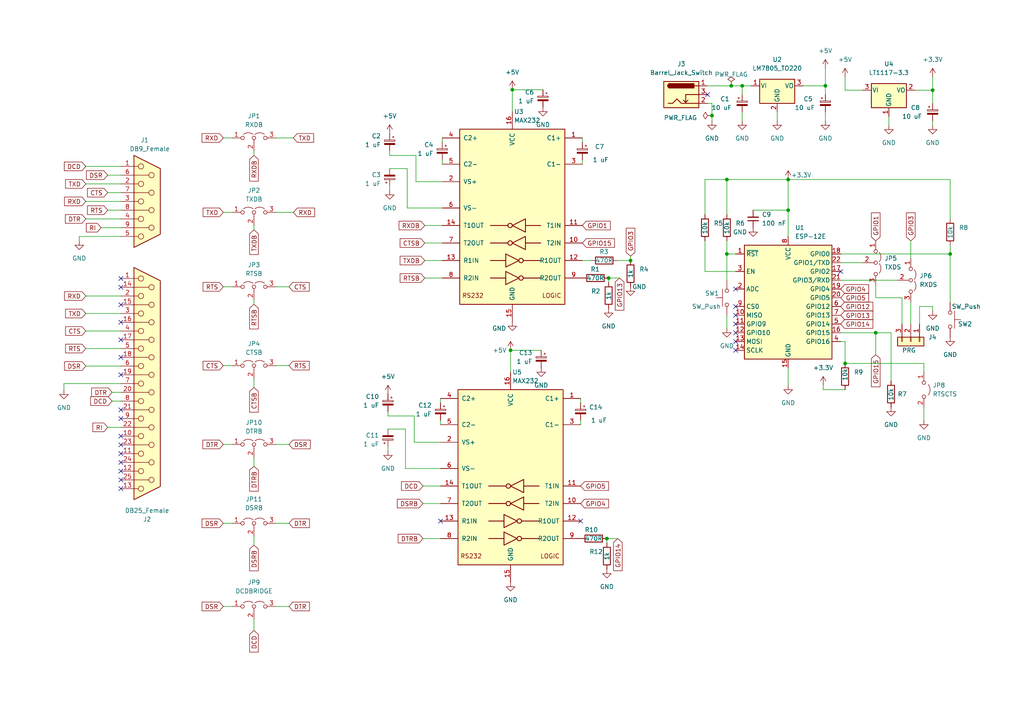
<source format=kicad_sch>
(kicad_sch (version 20230121) (generator eeschema)
  (paper "A4")
  (lib_symbols
    (symbol "Connector:Barrel_Jack_Switch" (pin_names hide)
      (property "Reference" "J" (at 0 5.334 0))
      (property "Value" "Barrel_Jack_Switch" (at 0 -5.08 0))
      (symbol "Barrel_Jack_Switch_1_1"
        (pin passive line (at 7.62 2.54 180) (length 2.54) (name "~") (number "1"))
        (pin passive line (at 7.62 -2.54 180) (length 2.54) (name "~") (number "2"))
        (pin passive line (at 7.62 0 180) (length 2.54) (name "~") (number "3"))
      )
    )
    (symbol "Connector:DB25_Receptacle" (pin_names (offset 1.016) hide)
      (property "Reference" "J" (at 0 34.29 0))
      (property "Value" "DB25_Receptacle" (at 0 -34.925 0))
      (symbol "DB25_Receptacle_1_1"
        (pin passive line (at -7.62 30.48 0) (length 3.81) (name "1") (number "1"))
        (pin passive line (at -7.62 -15.24 0) (length 3.81) (name "10") (number "10"))
        (pin passive line (at -7.62 -20.32 0) (length 3.81) (name "11") (number "11"))
        (pin passive line (at -7.62 -25.4 0) (length 3.81) (name "12") (number "12"))
        (pin passive line (at -7.62 -30.48 0) (length 3.81) (name "13") (number "13"))
        (pin passive line (at -7.62 27.94 0) (length 3.81) (name "P14") (number "14"))
        (pin passive line (at -7.62 22.86 0) (length 3.81) (name "P15") (number "15"))
        (pin passive line (at -7.62 17.78 0) (length 3.81) (name "P16") (number "16"))
        (pin passive line (at -7.62 12.7 0) (length 3.81) (name "P17") (number "17"))
        (pin passive line (at -7.62 7.62 0) (length 3.81) (name "P18") (number "18"))
        (pin passive line (at -7.62 2.54 0) (length 3.81) (name "P19") (number "19"))
        (pin passive line (at -7.62 25.4 0) (length 3.81) (name "2") (number "2"))
        (pin passive line (at -7.62 -2.54 0) (length 3.81) (name "P20") (number "20"))
        (pin passive line (at -7.62 -7.62 0) (length 3.81) (name "P21") (number "21"))
        (pin passive line (at -7.62 -12.7 0) (length 3.81) (name "P22") (number "22"))
        (pin passive line (at -7.62 -17.78 0) (length 3.81) (name "P23") (number "23"))
        (pin passive line (at -7.62 -22.86 0) (length 3.81) (name "P24") (number "24"))
        (pin passive line (at -7.62 -27.94 0) (length 3.81) (name "P25") (number "25"))
        (pin passive line (at -7.62 20.32 0) (length 3.81) (name "3") (number "3"))
        (pin passive line (at -7.62 15.24 0) (length 3.81) (name "4") (number "4"))
        (pin passive line (at -7.62 10.16 0) (length 3.81) (name "5") (number "5"))
        (pin passive line (at -7.62 5.08 0) (length 3.81) (name "6") (number "6"))
        (pin passive line (at -7.62 0 0) (length 3.81) (name "7") (number "7"))
        (pin passive line (at -7.62 -5.08 0) (length 3.81) (name "8") (number "8"))
        (pin passive line (at -7.62 -10.16 0) (length 3.81) (name "9") (number "9"))
      )
    )
    (symbol "Connector:DE9_Receptacle" (pin_names (offset 1.016) hide)
      (property "Reference" "J" (at 0 13.97 0))
      (property "Value" "DE9_Receptacle" (at 0 -14.605 0))
      (symbol "DE9_Receptacle_1_1"
        (pin passive line (at -7.62 10.16 0) (length 3.81) (name "1") (number "1"))
        (pin passive line (at -7.62 5.08 0) (length 3.81) (name "2") (number "2"))
        (pin passive line (at -7.62 0 0) (length 3.81) (name "3") (number "3"))
        (pin passive line (at -7.62 -5.08 0) (length 3.81) (name "4") (number "4"))
        (pin passive line (at -7.62 -10.16 0) (length 3.81) (name "5") (number "5"))
        (pin passive line (at -7.62 7.62 0) (length 3.81) (name "6") (number "6"))
        (pin passive line (at -7.62 2.54 0) (length 3.81) (name "7") (number "7"))
        (pin passive line (at -7.62 -2.54 0) (length 3.81) (name "8") (number "8"))
        (pin passive line (at -7.62 -7.62 0) (length 3.81) (name "9") (number "9"))
      )
    )
    (symbol "Connector_Generic:Conn_01x03" (pin_names (offset 1.016) hide)
      (property "Reference" "J" (at 0 5.08 0))
      (property "Value" "Conn_01x03" (at 0 -5.08 0))
      (symbol "Conn_01x03_1_1"
        (pin passive line (at -5.08 2.54 0) (length 3.81) (name "Pin_1") (number "1"))
        (pin passive line (at -5.08 0 0) (length 3.81) (name "Pin_2") (number "2"))
        (pin passive line (at -5.08 -2.54 0) (length 3.81) (name "Pin_3") (number "3"))
      )
    )
    (symbol "Device:C_Polarized_Small" (pin_numbers hide) (pin_names (offset 0.254) hide)
      (property "Reference" "C" (at 0.254 1.778 0))
      (property "Value" "C_Polarized_Small" (at 0.254 -2.032 0))
      (symbol "C_Polarized_Small_1_1"
        (pin passive line (at 0 2.54 270) (length 1.8542) (name "~") (number "1"))
        (pin passive line (at 0 -2.54 90) (length 1.8542) (name "~") (number "2"))
      )
    )
    (symbol "Device:C_Small" (pin_numbers hide) (pin_names (offset 0.254) hide)
      (property "Reference" "C" (at 0.254 1.778 0))
      (property "Value" "C_Small" (at 0.254 -2.032 0))
      (symbol "C_Small_1_1"
        (pin passive line (at 0 2.54 270) (length 2.032) (name "~") (number "1"))
        (pin passive line (at 0 -2.54 90) (length 2.032) (name "~") (number "2"))
      )
    )
    (symbol "Device:R" (pin_numbers hide) (pin_names (offset 0))
      (property "Reference" "R" (at 2.032 0 90))
      (property "Value" "R" (at 0 0 90))
      (symbol "R_1_1"
        (pin passive line (at 0 3.81 270) (length 1.27) (name "~") (number "1"))
        (pin passive line (at 0 -3.81 90) (length 1.27) (name "~") (number "2"))
      )
    )
    (symbol "Interface_UART:MAX232" (pin_names (offset 1.016))
      (property "Reference" "U" (at -2.54 28.575 0))
      (property "Value" "MAX232" (at -2.54 26.67 0))
      (symbol "MAX232_0_0"
        (text "LOGIC" (at -11.43 -22.86 0) (effects (font (size 1.27 1.27))))
        (text "RS232" (at 11.43 -22.86 0) (effects (font (size 1.27 1.27))))
      )
      (symbol "MAX232_1_1"
        (pin passive line (at -20.32 22.86 0) (length 5.08) (name "C1+") (number "1"))
        (pin input line (at -20.32 -7.62 0) (length 5.08) (name "T2IN") (number "10"))
        (pin input line (at -20.32 -2.54 0) (length 5.08) (name "T1IN") (number "11"))
        (pin output line (at -20.32 -12.7 0) (length 5.08) (name "R1OUT") (number "12"))
        (pin input line (at 20.32 -12.7 180) (length 5.08) (name "R1IN") (number "13"))
        (pin output line (at 20.32 -2.54 180) (length 5.08) (name "T1OUT") (number "14"))
        (pin power_in line (at 0 -30.48 90) (length 5.08) (name "GND") (number "15"))
        (pin power_in line (at 0 30.48 270) (length 5.08) (name "VCC") (number "16"))
        (pin power_out line (at 20.32 10.16 180) (length 5.08) (name "VS+") (number "2"))
        (pin passive line (at -20.32 15.24 0) (length 5.08) (name "C1-") (number "3"))
        (pin passive line (at 20.32 22.86 180) (length 5.08) (name "C2+") (number "4"))
        (pin passive line (at 20.32 15.24 180) (length 5.08) (name "C2-") (number "5"))
        (pin power_out line (at 20.32 2.54 180) (length 5.08) (name "VS-") (number "6"))
        (pin output line (at 20.32 -7.62 180) (length 5.08) (name "T2OUT") (number "7"))
        (pin input line (at 20.32 -17.78 180) (length 5.08) (name "R2IN") (number "8"))
        (pin output line (at -20.32 -17.78 0) (length 5.08) (name "R2OUT") (number "9"))
      )
    )
    (symbol "Jumper:Jumper_2_Open" (pin_names (offset 0) hide)
      (property "Reference" "JP" (at 0 2.794 0))
      (property "Value" "Jumper_2_Open" (at 0 -2.286 0))
      (symbol "Jumper_2_Open_1_1"
        (pin passive line (at -5.08 0 0) (length 2.54) (name "A") (number "1"))
        (pin passive line (at 5.08 0 180) (length 2.54) (name "B") (number "2"))
      )
    )
    (symbol "Jumper:Jumper_3_Open" (pin_names (offset 0) hide)
      (property "Reference" "JP" (at -2.54 -2.54 0))
      (property "Value" "Jumper_3_Open" (at 0 2.794 0))
      (symbol "Jumper_3_Open_1_1"
        (pin passive line (at -6.35 0 0) (length 2.54) (name "A") (number "1"))
        (pin passive line (at 0 -3.81 90) (length 2.54) (name "C") (number "2"))
        (pin passive line (at 6.35 0 180) (length 2.54) (name "B") (number "3"))
      )
    )
    (symbol "RF_Module:ESP-12E"
      (property "Reference" "U" (at -12.7 19.05 0))
      (property "Value" "ESP-12E" (at 12.7 19.05 0))
      (symbol "ESP-12E_1_1"
        (pin input line (at -15.24 15.24 0) (length 2.54) (name "~{RST}") (number "1"))
        (pin bidirectional line (at -15.24 -2.54 0) (length 2.54) (name "MISO") (number "10"))
        (pin bidirectional line (at -15.24 -5.08 0) (length 2.54) (name "GPIO9") (number "11"))
        (pin bidirectional line (at -15.24 -7.62 0) (length 2.54) (name "GPIO10") (number "12"))
        (pin bidirectional line (at -15.24 -10.16 0) (length 2.54) (name "MOSI") (number "13"))
        (pin bidirectional line (at -15.24 -12.7 0) (length 2.54) (name "SCLK") (number "14"))
        (pin power_in line (at 0 -17.78 90) (length 2.54) (name "GND") (number "15"))
        (pin bidirectional line (at 15.24 -7.62 180) (length 2.54) (name "GPIO15") (number "16"))
        (pin bidirectional line (at 15.24 10.16 180) (length 2.54) (name "GPIO2") (number "17"))
        (pin bidirectional line (at 15.24 15.24 180) (length 2.54) (name "GPIO0") (number "18"))
        (pin bidirectional line (at 15.24 5.08 180) (length 2.54) (name "GPIO4") (number "19"))
        (pin input line (at -15.24 5.08 0) (length 2.54) (name "ADC") (number "2"))
        (pin bidirectional line (at 15.24 2.54 180) (length 2.54) (name "GPIO5") (number "20"))
        (pin bidirectional line (at 15.24 7.62 180) (length 2.54) (name "GPIO3/RXD") (number "21"))
        (pin bidirectional line (at 15.24 12.7 180) (length 2.54) (name "GPIO1/TXD") (number "22"))
        (pin input line (at -15.24 10.16 0) (length 2.54) (name "EN") (number "3"))
        (pin bidirectional line (at 15.24 -10.16 180) (length 2.54) (name "GPIO16") (number "4"))
        (pin bidirectional line (at 15.24 -5.08 180) (length 2.54) (name "GPIO14") (number "5"))
        (pin bidirectional line (at 15.24 0 180) (length 2.54) (name "GPIO12") (number "6"))
        (pin bidirectional line (at 15.24 -2.54 180) (length 2.54) (name "GPIO13") (number "7"))
        (pin power_in line (at 0 20.32 270) (length 2.54) (name "VCC") (number "8"))
        (pin input line (at -15.24 0 0) (length 2.54) (name "CS0") (number "9"))
      )
    )
    (symbol "Regulator_Linear:LM7805_TO220" (pin_names (offset 0.254))
      (property "Reference" "U" (at -3.81 3.175 0))
      (property "Value" "LM7805_TO220" (at 0 3.175 0))
      (symbol "LM7805_TO220_1_1"
        (pin power_in line (at -7.62 0 0) (length 2.54) (name "VI") (number "1"))
        (pin power_in line (at 0 -7.62 90) (length 2.54) (name "GND") (number "2"))
        (pin power_out line (at 7.62 0 180) (length 2.54) (name "VO") (number "3"))
      )
    )
    (symbol "Regulator_Linear:LT1117-3.3" (pin_names (offset 0.254))
      (property "Reference" "U" (at -3.81 3.175 0))
      (property "Value" "LT1117-3.3" (at 0 3.175 0))
      (symbol "LT1117-3.3_1_1"
        (pin power_in line (at 0 -7.62 90) (length 2.54) (name "GND") (number "1"))
        (pin power_out line (at 7.62 0 180) (length 2.54) (name "VO") (number "2"))
        (pin power_in line (at -7.62 0 0) (length 2.54) (name "VI") (number "3"))
      )
    )
    (symbol "Switch:SW_Push" (pin_numbers hide) (pin_names (offset 1.016) hide)
      (property "Reference" "SW" (at 1.27 2.54 0))
      (property "Value" "SW_Push" (at 0 -1.524 0))
      (symbol "SW_Push_0_1"
        (pin passive line (at -5.08 0 0) (length 2.54) (name "1") (number "1"))
        (pin passive line (at 5.08 0 180) (length 2.54) (name "2") (number "2"))
      )
    )
    (symbol "power:+3.3V" (power) (pin_names (offset 0))
      (property "Value" "+3.3V" (at 0 3.556 0))
      (symbol "+3.3V_1_1"
        (pin power_in line (at 0 0 90) (length 0) hide (name "+3.3V") (number "1"))
      )
    )
    (symbol "power:+5V" (power) (pin_names (offset 0))
      (property "Value" "+5V" (at 0 3.556 0))
      (symbol "+5V_1_1"
        (pin power_in line (at 0 0 90) (length 0) hide (name "+5V") (number "1"))
      )
    )
    (symbol "power:GND" (power) (pin_names (offset 0))
      (property "Value" "GND" (at 0 -3.81 0))
      (symbol "GND_1_1"
        (pin power_in line (at 0 0 270) (length 0) hide (name "GND") (number "1"))
      )
    )
    (symbol "power:PWR_FLAG" (power) (pin_numbers hide) (pin_names (offset 0) hide)
      (property "Value" "PWR_FLAG" (at 0 3.81 0))
      (symbol "PWR_FLAG_0_0"
        (pin power_out line (at 0 0 90) (length 0) (name "pwr") (number "1"))
      )
    )
  )
  (junction (at 228.6 52.07))
  (junction (at 275.59 73.66))
  (junction (at 245.11 105.41))
  (junction (at 182.88 75.565))
  (junction (at 148.082 101.6))
  (junction (at 148.59 26.035))
  (junction (at 215.265 24.892))
  (junction (at 176.53 80.645))
  (junction (at 228.6 60.96))
  (junction (at 270.51 26.162))
  (junction (at 239.395 24.892))
  (junction (at 210.82 73.66))
  (junction (at 212.09 24.892))
  (junction (at 206.502 33.528))
  (junction (at 210.82 52.07))
  (junction (at 176.022 156.21))
  (junction (at 254 96.52))
  (no_connect (at 35.052 139.192))
  (no_connect (at 35.052 93.472))
  (no_connect (at 35.052 136.652))
  (no_connect (at 213.36 93.98))
  (no_connect (at 213.36 101.6))
  (no_connect (at 213.36 91.44))
  (no_connect (at 35.052 126.492))
  (no_connect (at 35.052 103.632))
  (no_connect (at 35.052 88.392))
  (no_connect (at 35.052 98.552))
  (no_connect (at 213.36 99.06))
  (no_connect (at 35.052 118.872))
  (no_connect (at 213.36 83.82))
  (no_connect (at 205.232 27.432))
  (no_connect (at 35.052 121.412))
  (no_connect (at 168.402 151.13))
  (no_connect (at 35.052 129.032))
  (no_connect (at 35.052 134.112))
  (no_connect (at 35.052 80.772))
  (no_connect (at 243.84 78.74))
  (no_connect (at 35.052 141.732))
  (no_connect (at 35.052 108.712))
  (no_connect (at 35.052 83.312))
  (no_connect (at 213.36 96.52))
  (no_connect (at 213.36 88.9))
  (no_connect (at 35.052 131.572))
  (no_connect (at 127.762 151.13))
  (wire (pts (xy 80.01 151.765) (xy 83.82 151.765)))
  (wire (pts (xy 73.66 132.715) (xy 73.66 135.255)))
  (wire (pts (xy 22.987 68.58) (xy 35.052 68.58)))
  (wire (pts (xy 270.51 22.352) (xy 270.51 26.162)))
  (wire (pts (xy 176.53 80.645) (xy 179.705 80.645)))
  (wire (pts (xy 254 96.52) (xy 254 102.87)))
  (wire (pts (xy 148.082 107.95) (xy 148.082 101.6)))
  (wire (pts (xy 112.522 119.38) (xy 112.522 120.65)))
  (wire (pts (xy 228.6 52.07) (xy 228.6 60.96)))
  (wire (pts (xy 128.27 60.325) (xy 118.11 60.325)))
  (wire (pts (xy 80.01 40.005) (xy 85.09 40.005)))
  (wire (pts (xy 215.265 32.512) (xy 215.265 35.052)))
  (wire (pts (xy 80.01 83.185) (xy 83.82 83.185)))
  (wire (pts (xy 210.82 62.23) (xy 210.82 52.07)))
  (wire (pts (xy 228.6 52.07) (xy 275.59 52.07)))
  (wire (pts (xy 24.892 48.26) (xy 35.052 48.26)))
  (wire (pts (xy 24.892 101.092) (xy 35.052 101.092)))
  (wire (pts (xy 215.265 24.892) (xy 217.805 24.892)))
  (wire (pts (xy 80.01 128.905) (xy 83.82 128.905)))
  (wire (pts (xy 24.892 58.42) (xy 35.052 58.42)))
  (wire (pts (xy 210.82 52.07) (xy 228.6 52.07)))
  (wire (pts (xy 127.762 121.92) (xy 127.762 123.19)))
  (wire (pts (xy 261.62 86.36) (xy 261.62 93.98)))
  (wire (pts (xy 267.97 118.11) (xy 267.97 121.92)))
  (wire (pts (xy 266.7 93.98) (xy 266.7 88.9)))
  (wire (pts (xy 64.77 61.595) (xy 67.31 61.595)))
  (wire (pts (xy 128.27 52.705) (xy 120.65 52.705)))
  (wire (pts (xy 206.502 33.528) (xy 206.502 29.972)))
  (wire (pts (xy 123.19 70.485) (xy 128.27 70.485)))
  (wire (pts (xy 73.66 65.405) (xy 73.66 66.675)))
  (wire (pts (xy 73.66 86.995) (xy 73.66 88.265)))
  (wire (pts (xy 24.892 106.172) (xy 35.052 106.172)))
  (wire (pts (xy 24.892 63.5) (xy 35.052 63.5)))
  (wire (pts (xy 275.59 73.66) (xy 275.59 71.12)))
  (wire (pts (xy 212.09 24.892) (xy 215.265 24.892)))
  (wire (pts (xy 80.01 175.895) (xy 83.82 175.895)))
  (wire (pts (xy 112.522 129.54) (xy 112.522 130.81)))
  (wire (pts (xy 123.19 80.645) (xy 128.27 80.645)))
  (wire (pts (xy 228.6 106.68) (xy 228.6 111.76)))
  (wire (pts (xy 148.59 32.385) (xy 148.59 26.035)))
  (wire (pts (xy 64.77 175.895) (xy 67.31 175.895)))
  (wire (pts (xy 245.11 105.41) (xy 267.97 105.41)))
  (wire (pts (xy 113.03 53.975) (xy 113.03 55.245)))
  (wire (pts (xy 73.66 109.855) (xy 73.66 112.395)))
  (wire (pts (xy 128.27 46.355) (xy 128.27 47.625)))
  (wire (pts (xy 204.47 78.74) (xy 213.36 78.74)))
  (wire (pts (xy 118.11 48.895) (xy 113.03 48.895)))
  (wire (pts (xy 168.91 75.565) (xy 171.45 75.565)))
  (wire (pts (xy 122.682 146.05) (xy 127.762 146.05)))
  (wire (pts (xy 176.022 156.21) (xy 179.197 156.21)))
  (wire (pts (xy 120.142 120.65) (xy 112.522 120.65)))
  (wire (pts (xy 122.682 140.97) (xy 127.762 140.97)))
  (wire (pts (xy 168.91 46.355) (xy 168.91 47.625)))
  (wire (pts (xy 179.07 75.565) (xy 182.88 75.565)))
  (wire (pts (xy 18.542 111.252) (xy 18.542 113.157)))
  (wire (pts (xy 117.602 124.46) (xy 112.522 124.46)))
  (wire (pts (xy 264.16 87.63) (xy 264.16 93.98)))
  (wire (pts (xy 206.502 35.052) (xy 206.502 33.528)))
  (wire (pts (xy 245.11 22.352) (xy 245.11 26.162)))
  (wire (pts (xy 266.7 88.9) (xy 270.51 88.9)))
  (wire (pts (xy 64.77 128.905) (xy 67.31 128.905)))
  (wire (pts (xy 176.022 156.21) (xy 176.022 157.48)))
  (wire (pts (xy 239.395 24.892) (xy 239.395 27.432)))
  (wire (pts (xy 64.77 83.185) (xy 67.31 83.185)))
  (wire (pts (xy 254 86.36) (xy 261.62 86.36)))
  (wire (pts (xy 24.892 85.852) (xy 35.052 85.852)))
  (wire (pts (xy 120.65 52.705) (xy 120.65 45.085)))
  (wire (pts (xy 31.242 55.88) (xy 35.052 55.88)))
  (wire (pts (xy 24.892 53.34) (xy 35.052 53.34)))
  (wire (pts (xy 148.082 101.6) (xy 156.972 101.6)))
  (wire (pts (xy 182.88 74.295) (xy 182.88 75.565)))
  (wire (pts (xy 210.82 73.66) (xy 210.82 81.28)))
  (wire (pts (xy 168.402 116.84) (xy 168.402 115.57)))
  (wire (pts (xy 73.66 43.815) (xy 73.66 45.085)))
  (wire (pts (xy 118.11 60.325) (xy 118.11 48.895)))
  (wire (pts (xy 120.142 128.27) (xy 120.142 120.65)))
  (wire (pts (xy 32.512 113.792) (xy 35.052 113.792)))
  (wire (pts (xy 32.512 116.332) (xy 35.052 116.332)))
  (wire (pts (xy 204.47 69.85) (xy 204.47 78.74)))
  (wire (pts (xy 254 96.52) (xy 258.445 96.52)))
  (wire (pts (xy 258.445 110.49) (xy 258.445 96.52)))
  (wire (pts (xy 127.762 135.89) (xy 117.602 135.89)))
  (wire (pts (xy 245.11 99.06) (xy 243.84 99.06)))
  (wire (pts (xy 117.602 135.89) (xy 117.602 124.46)))
  (wire (pts (xy 80.01 61.595) (xy 85.09 61.595)))
  (wire (pts (xy 264.16 69.85) (xy 264.16 74.93)))
  (wire (pts (xy 225.425 32.512) (xy 225.425 35.052)))
  (wire (pts (xy 31.242 123.952) (xy 35.052 123.952)))
  (wire (pts (xy 218.44 60.96) (xy 228.6 60.96)))
  (wire (pts (xy 245.11 99.06) (xy 245.11 105.41)))
  (wire (pts (xy 243.84 73.66) (xy 275.59 73.66)))
  (wire (pts (xy 123.19 75.565) (xy 128.27 75.565)))
  (wire (pts (xy 113.03 43.815) (xy 113.03 45.085)))
  (wire (pts (xy 73.66 155.575) (xy 73.66 158.115)))
  (wire (pts (xy 275.59 73.66) (xy 275.59 87.63)))
  (wire (pts (xy 127.762 128.27) (xy 120.142 128.27)))
  (wire (pts (xy 239.395 19.812) (xy 239.395 24.892)))
  (wire (pts (xy 238.76 113.03) (xy 245.11 113.03)))
  (wire (pts (xy 210.82 69.85) (xy 210.82 73.66)))
  (wire (pts (xy 64.77 106.045) (xy 67.31 106.045)))
  (wire (pts (xy 270.51 26.162) (xy 265.43 26.162)))
  (wire (pts (xy 128.27 41.275) (xy 128.27 40.005)))
  (wire (pts (xy 148.59 26.035) (xy 157.48 26.035)))
  (wire (pts (xy 270.51 29.972) (xy 270.51 26.162)))
  (wire (pts (xy 127.762 116.84) (xy 127.762 115.57)))
  (wire (pts (xy 204.47 52.07) (xy 210.82 52.07)))
  (wire (pts (xy 267.97 107.95) (xy 267.97 105.41)))
  (wire (pts (xy 29.337 66.04) (xy 35.052 66.04)))
  (wire (pts (xy 31.242 60.96) (xy 35.052 60.96)))
  (wire (pts (xy 228.6 60.96) (xy 228.6 68.58)))
  (wire (pts (xy 270.51 35.052) (xy 270.51 36.322)))
  (wire (pts (xy 210.82 91.44) (xy 210.82 95.25)))
  (wire (pts (xy 24.892 96.012) (xy 35.052 96.012)))
  (wire (pts (xy 24.892 90.932) (xy 35.052 90.932)))
  (wire (pts (xy 31.242 50.8) (xy 35.052 50.8)))
  (wire (pts (xy 215.265 24.892) (xy 215.265 27.432)))
  (wire (pts (xy 243.84 96.52) (xy 254 96.52)))
  (wire (pts (xy 120.65 45.085) (xy 113.03 45.085)))
  (wire (pts (xy 64.77 151.765) (xy 67.31 151.765)))
  (wire (pts (xy 245.11 26.162) (xy 250.19 26.162)))
  (wire (pts (xy 123.19 65.405) (xy 128.27 65.405)))
  (wire (pts (xy 176.53 80.645) (xy 176.53 81.915)))
  (wire (pts (xy 18.542 111.252) (xy 35.052 111.252)))
  (wire (pts (xy 206.502 29.972) (xy 205.232 29.972)))
  (wire (pts (xy 73.66 179.705) (xy 73.66 182.88)))
  (wire (pts (xy 168.91 41.275) (xy 168.91 40.005)))
  (wire (pts (xy 205.232 24.892) (xy 212.09 24.892)))
  (wire (pts (xy 239.395 24.892) (xy 233.045 24.892)))
  (wire (pts (xy 64.77 40.005) (xy 67.31 40.005)))
  (wire (pts (xy 257.81 33.782) (xy 257.81 36.322)))
  (wire (pts (xy 204.47 62.23) (xy 204.47 52.07)))
  (wire (pts (xy 22.987 68.58) (xy 22.987 69.85)))
  (wire (pts (xy 238.76 111.76) (xy 238.76 113.03)))
  (wire (pts (xy 243.84 81.28) (xy 260.35 81.28)))
  (wire (pts (xy 275.59 52.07) (xy 275.59 63.5)))
  (wire (pts (xy 210.82 73.66) (xy 213.36 73.66)))
  (wire (pts (xy 168.402 121.92) (xy 168.402 123.19)))
  (wire (pts (xy 243.84 76.2) (xy 250.19 76.2)))
  (wire (pts (xy 80.01 106.045) (xy 83.82 106.045)))
  (wire (pts (xy 254 82.55) (xy 254 86.36)))
  (wire (pts (xy 122.682 156.21) (xy 127.762 156.21)))
  (wire (pts (xy 239.395 32.512) (xy 239.395 35.052)))
  (wire (pts (xy 270.51 88.9) (xy 270.51 90.17)))
  (global_label "DTR" (shape input) (at 24.892 63.5 180) (property "Intersheetrefs" "${INTERSHEET_REFS}" (effects hide)))
  (global_label "GPIO1" (shape input) (at 254 69.85 90) (property "Intersheetrefs" "${INTERSHEET_REFS}" (effects hide)))
  (global_label "GPIO4" (shape input) (at 243.84 83.82 0) (property "Intersheetrefs" "${INTERSHEET_REFS}" (effects hide)))
  (global_label "DSR" (shape input) (at 64.77 175.895 180) (property "Intersheetrefs" "${INTERSHEET_REFS}" (effects hide)))
  (global_label "CTSB" (shape input) (at 73.66 112.395 270) (property "Intersheetrefs" "${INTERSHEET_REFS}" (effects hide)))
  (global_label "TXD" (shape input) (at 24.892 53.34 180) (property "Intersheetrefs" "${INTERSHEET_REFS}" (effects hide)))
  (global_label "GPIO12" (shape input) (at 243.84 88.9 0) (property "Intersheetrefs" "${INTERSHEET_REFS}" (effects hide)))
  (global_label "DTR" (shape input) (at 64.77 128.905 180) (property "Intersheetrefs" "${INTERSHEET_REFS}" (effects hide)))
  (global_label "DSRB" (shape input) (at 73.66 158.115 270) (property "Intersheetrefs" "${INTERSHEET_REFS}" (effects hide)))
  (global_label "DTR" (shape input) (at 83.82 151.765 0) (property "Intersheetrefs" "${INTERSHEET_REFS}" (effects hide)))
  (global_label "GPIO4" (shape input) (at 168.402 146.05 0) (property "Intersheetrefs" "${INTERSHEET_REFS}" (effects hide)))
  (global_label "GPIO3" (shape input) (at 264.16 69.85 90) (property "Intersheetrefs" "${INTERSHEET_REFS}" (effects hide)))
  (global_label "DCD" (shape input) (at 24.892 48.26 180) (property "Intersheetrefs" "${INTERSHEET_REFS}" (effects hide)))
  (global_label "RXD" (shape input) (at 64.77 40.005 180) (property "Intersheetrefs" "${INTERSHEET_REFS}" (effects hide)))
  (global_label "TXD" (shape input) (at 64.77 61.595 180) (property "Intersheetrefs" "${INTERSHEET_REFS}" (effects hide)))
  (global_label "RTS" (shape input) (at 83.82 106.045 0) (property "Intersheetrefs" "${INTERSHEET_REFS}" (effects hide)))
  (global_label "CTS" (shape input) (at 24.892 96.012 180) (property "Intersheetrefs" "${INTERSHEET_REFS}" (effects hide)))
  (global_label "CTS" (shape input) (at 31.242 55.88 180) (property "Intersheetrefs" "${INTERSHEET_REFS}" (effects hide)))
  (global_label "DTR" (shape input) (at 32.512 113.792 180) (property "Intersheetrefs" "${INTERSHEET_REFS}" (effects hide)))
  (global_label "RI" (shape input) (at 31.242 123.952 180) (property "Intersheetrefs" "${INTERSHEET_REFS}" (effects hide)))
  (global_label "GPIO13" (shape input) (at 243.84 91.44 0) (property "Intersheetrefs" "${INTERSHEET_REFS}" (effects hide)))
  (global_label "RTSB" (shape input) (at 73.66 88.265 270) (property "Intersheetrefs" "${INTERSHEET_REFS}" (effects hide)))
  (global_label "DTRB" (shape input) (at 73.66 135.255 270) (property "Intersheetrefs" "${INTERSHEET_REFS}" (effects hide)))
  (global_label "CTS" (shape input) (at 64.77 106.045 180) (property "Intersheetrefs" "${INTERSHEET_REFS}" (effects hide)))
  (global_label "CTS" (shape input) (at 83.82 83.185 0) (property "Intersheetrefs" "${INTERSHEET_REFS}" (effects hide)))
  (global_label "DSR" (shape input) (at 64.77 151.765 180) (property "Intersheetrefs" "${INTERSHEET_REFS}" (effects hide)))
  (global_label "TXD" (shape input) (at 24.892 90.932 180) (property "Intersheetrefs" "${INTERSHEET_REFS}" (effects hide)))
  (global_label "GPIO5" (shape input) (at 243.84 86.36 0) (property "Intersheetrefs" "${INTERSHEET_REFS}" (effects hide)))
  (global_label "GPIO15" (shape input) (at 168.91 70.485 0) (property "Intersheetrefs" "${INTERSHEET_REFS}" (effects hide)))
  (global_label "TXD" (shape input) (at 85.09 40.005 0) (property "Intersheetrefs" "${INTERSHEET_REFS}" (effects hide)))
  (global_label "DCD" (shape input) (at 122.682 140.97 180) (property "Intersheetrefs" "${INTERSHEET_REFS}" (effects hide)))
  (global_label "DSR" (shape input) (at 24.892 106.172 180) (property "Intersheetrefs" "${INTERSHEET_REFS}" (effects hide)))
  (global_label "DSR" (shape input) (at 83.82 128.905 0) (property "Intersheetrefs" "${INTERSHEET_REFS}" (effects hide)))
  (global_label "GPIO14" (shape input) (at 243.84 93.98 0) (property "Intersheetrefs" "${INTERSHEET_REFS}" (effects hide)))
  (global_label "GPIO1" (shape input) (at 168.91 65.405 0) (property "Intersheetrefs" "${INTERSHEET_REFS}" (effects hide)))
  (global_label "DSR" (shape input) (at 31.242 50.8 180) (property "Intersheetrefs" "${INTERSHEET_REFS}" (effects hide)))
  (global_label "DCD" (shape input) (at 73.66 182.88 270) (property "Intersheetrefs" "${INTERSHEET_REFS}" (effects hide)))
  (global_label "RXD" (shape input) (at 24.892 58.42 180) (property "Intersheetrefs" "${INTERSHEET_REFS}" (effects hide)))
  (global_label "RTSB" (shape input) (at 123.19 80.645 180) (property "Intersheetrefs" "${INTERSHEET_REFS}" (effects hide)))
  (global_label "DTRB" (shape input) (at 122.682 156.21 180) (property "Intersheetrefs" "${INTERSHEET_REFS}" (effects hide)))
  (global_label "RTS" (shape input) (at 64.77 83.185 180) (property "Intersheetrefs" "${INTERSHEET_REFS}" (effects hide)))
  (global_label "RI" (shape input) (at 29.337 66.04 180) (property "Intersheetrefs" "${INTERSHEET_REFS}" (effects hide)))
  (global_label "GPIO5" (shape input) (at 168.402 140.97 0) (property "Intersheetrefs" "${INTERSHEET_REFS}" (effects hide)))
  (global_label "RTS" (shape input) (at 31.242 60.96 180) (property "Intersheetrefs" "${INTERSHEET_REFS}" (effects hide)))
  (global_label "RXD" (shape input) (at 24.892 85.852 180) (property "Intersheetrefs" "${INTERSHEET_REFS}" (effects hide)))
  (global_label "DCD" (shape input) (at 32.512 116.332 180) (property "Intersheetrefs" "${INTERSHEET_REFS}" (effects hide)))
  (global_label "GPIO13" (shape input) (at 179.705 80.645 270) (property "Intersheetrefs" "${INTERSHEET_REFS}" (effects hide)))
  (global_label "GPIO14" (shape input) (at 179.197 156.21 270) (property "Intersheetrefs" "${INTERSHEET_REFS}" (effects hide)))
  (global_label "TXDB" (shape input) (at 123.19 75.565 180) (property "Intersheetrefs" "${INTERSHEET_REFS}" (effects hide)))
  (global_label "GPIO15" (shape input) (at 254 102.87 270) (property "Intersheetrefs" "${INTERSHEET_REFS}" (effects hide)))
  (global_label "RTS" (shape input) (at 24.892 101.092 180) (property "Intersheetrefs" "${INTERSHEET_REFS}" (effects hide)))
  (global_label "DSRB" (shape input) (at 122.682 146.05 180) (property "Intersheetrefs" "${INTERSHEET_REFS}" (effects hide)))
  (global_label "RXDB" (shape input) (at 123.19 65.405 180) (property "Intersheetrefs" "${INTERSHEET_REFS}" (effects hide)))
  (global_label "RXDB" (shape input) (at 73.66 45.085 270) (property "Intersheetrefs" "${INTERSHEET_REFS}" (effects hide)))
  (global_label "RXD" (shape input) (at 85.09 61.595 0) (property "Intersheetrefs" "${INTERSHEET_REFS}" (effects hide)))
  (global_label "TXDB" (shape input) (at 73.66 66.675 270) (property "Intersheetrefs" "${INTERSHEET_REFS}" (effects hide)))
  (global_label "DTR" (shape input) (at 83.82 175.895 0) (property "Intersheetrefs" "${INTERSHEET_REFS}" (effects hide)))
  (global_label "CTSB" (shape input) (at 123.19 70.485 180) (property "Intersheetrefs" "${INTERSHEET_REFS}" (effects hide)))
  (global_label "GPIO3" (shape input) (at 182.88 74.295 90) (property "Intersheetrefs" "${INTERSHEET_REFS}" (effects hide)))
  (symbol (lib_id "Device:R") (at 182.88 79.375 0) (unit 1)
    (property "Reference" "R4" (at 185.42 78.1049 0) (effects (justify left)))
    (property "Value" "1k" (at 182.88 80.645 90) (effects (justify left)))
    (property "Footprint" "Resistor_THT:R_Axial_DIN0207_L6.3mm_D2.5mm_P7.62mm_Horizontal" (effects hide))
  )
  (symbol (lib_id "Jumper:Jumper_3_Open") (at 264.16 81.28 270) (unit 1)
    (property "Reference" "JP6" (at 266.7 80.0099 90) (effects (justify left)))
    (property "Value" "RXDS" (at 266.7 82.5499 90) (effects (justify left)))
    (property "Footprint" "Connector_PinHeader_2.54mm:PinHeader_1x03_P2.54mm_Vertical" (effects hide))
  )
  (symbol (lib_id "Jumper:Jumper_3_Open") (at 73.66 61.595 0) (unit 1)
    (property "Reference" "JP2" (at 73.66 55.245 0))
    (property "Value" "TXDB" (at 73.66 57.785 0))
    (property "Footprint" "Connector_PinHeader_2.54mm:PinHeader_1x03_P2.54mm_Vertical" (effects hide))
  )
  (symbol (lib_id "Connector:DE9_Receptacle") (at 42.672 58.42 0) (unit 1)
    (property "Reference" "J1" (at 40.767 40.64 0) (effects (justify left)))
    (property "Value" "DB9_Female" (at 37.592 43.18 0) (effects (justify left)))
    (property "Footprint" "Connector_Dsub:DSUB-9_Female_Horizontal_P2.77x2.84mm_EdgePinOffset4.94mm_Housed_MountingHolesOffset7.48mm" (effects hide))
    (property "Datasheet" " ~" (effects hide))
  )
  (symbol (lib_id "Device:C_Polarized_Small") (at 239.395 29.972 0) (unit 1)
    (property "Reference" "C5" (at 233.045 28.702 0) (effects (justify left)))
    (property "Value" "10 uF" (at 230.505 31.242 0) (effects (justify left)))
    (property "Footprint" "Capacitor_THT:CP_Radial_D5.0mm_P2.00mm" (effects hide))
  )
  (symbol (lib_id "Device:C_Polarized_Small") (at 113.03 41.275 0) (mirror y) (unit 1)
    (property "Reference" "C2" (at 110.49 39.4588 0) (effects (justify left)))
    (property "Value" "1 uF" (at 110.49 41.9988 0) (effects (justify left)))
    (property "Footprint" "Capacitor_THT:CP_Radial_D5.0mm_P2.00mm" (effects hide))
  )
  (symbol (lib_id "Jumper:Jumper_3_Open") (at 73.66 106.045 0) (unit 1)
    (property "Reference" "JP4" (at 73.66 99.695 0))
    (property "Value" "CTSB" (at 73.66 102.235 0))
    (property "Footprint" "Connector_PinHeader_2.54mm:PinHeader_1x03_P2.54mm_Vertical" (effects hide))
  )
  (symbol (lib_id "Device:R") (at 175.26 75.565 90) (unit 1)
    (property "Reference" "R3" (at 176.53 73.025 90) (effects (justify left)))
    (property "Value" "470R" (at 177.8 75.565 90) (effects (justify left)))
    (property "Footprint" "Resistor_THT:R_Axial_DIN0207_L6.3mm_D2.5mm_P7.62mm_Horizontal" (effects hide))
  )
  (symbol (lib_id "Device:C_Polarized_Small") (at 215.265 29.972 0) (unit 1)
    (property "Reference" "C1" (at 208.915 28.702 0) (effects (justify left)))
    (property "Value" "10 uF" (at 206.375 31.242 0) (effects (justify left)))
    (property "Footprint" "Capacitor_THT:CP_Radial_D5.0mm_P2.00mm" (effects hide))
  )
  (symbol (lib_id "power:GND") (at 270.51 90.17 0) (unit 1)
    (property "Reference" "#PWR0125" (effects hide))
    (property "Value" "GND" (at 270.51 95.25 0))
  )
  (symbol (lib_id "power:GND") (at 210.82 95.25 0) (unit 1)
    (property "Reference" "#PWR0121" (effects hide))
    (property "Value" "GND" (at 210.82 100.33 0))
  )
  (symbol (lib_id "Device:R") (at 275.59 67.31 0) (unit 1)
    (property "Reference" "R8" (at 278.13 66.0399 0) (effects (justify left)))
    (property "Value" "10k" (at 275.59 69.215 90) (effects (justify left)))
    (property "Footprint" "Resistor_THT:R_Axial_DIN0207_L6.3mm_D2.5mm_P7.62mm_Horizontal" (effects hide))
  )
  (symbol (lib_id "power:GND") (at 148.082 168.91 0) (mirror y) (unit 1)
    (property "Reference" "#PWR0129" (effects hide))
    (property "Value" "GND" (at 148.082 173.99 0))
  )
  (symbol (lib_id "power:PWR_FLAG") (at 212.09 24.892 0) (unit 1)
    (property "Reference" "#FLG01" (effects hide))
    (property "Value" "PWR_FLAG" (at 212.09 21.59 0))
  )
  (symbol (lib_id "Jumper:Jumper_2_Open") (at 267.97 113.03 270) (unit 1)
    (property "Reference" "JP8" (at 270.51 111.7599 90) (effects (justify left)))
    (property "Value" "RTSCTS" (at 270.51 114.2999 90) (effects (justify left)))
    (property "Footprint" "Connector_PinHeader_2.54mm:PinHeader_1x02_P2.54mm_Vertical" (effects hide))
  )
  (symbol (lib_id "Connector_Generic:Conn_01x03") (at 264.16 99.06 270) (unit 1)
    (property "Reference" "J4" (at 269.24 97.7899 90) (effects (justify left)))
    (property "Value" "PRG" (at 261.62 101.6 90) (effects (justify left)))
    (property "Footprint" "Connector_PinHeader_2.54mm:PinHeader_1x03_P2.54mm_Vertical" (effects hide))
  )
  (symbol (lib_id "Device:R") (at 172.212 156.21 90) (unit 1)
    (property "Reference" "R10" (at 173.482 153.67 90) (effects (justify left)))
    (property "Value" "470R" (at 174.752 156.21 90) (effects (justify left)))
    (property "Footprint" "Resistor_THT:R_Axial_DIN0207_L6.3mm_D2.5mm_P7.62mm_Horizontal" (effects hide))
  )
  (symbol (lib_id "Device:C_Polarized_Small") (at 112.522 127 0) (mirror x) (unit 1)
    (property "Reference" "C11" (at 109.982 126.276 0) (effects (justify right)))
    (property "Value" "1 uF" (at 109.982 128.816 0) (effects (justify right)))
    (property "Footprint" "Capacitor_THT:CP_Radial_D5.0mm_P2.00mm" (effects hide))
  )
  (symbol (lib_id "power:GND") (at 112.522 130.81 0) (mirror y) (unit 1)
    (property "Reference" "#PWR0132" (effects hide))
    (property "Value" "GND" (at 112.522 135.89 0))
  )
  (symbol (lib_id "power:GND") (at 275.59 97.79 0) (unit 1)
    (property "Reference" "#PWR0124" (effects hide))
    (property "Value" "GND" (at 275.59 102.87 0))
  )
  (symbol (lib_id "power:GND") (at 182.88 83.185 0) (mirror y) (unit 1)
    (property "Reference" "#PWR0108" (effects hide))
    (property "Value" "GND" (at 185.42 83.185 0))
  )
  (symbol (lib_id "power:GND") (at 225.425 35.052 0) (mirror y) (unit 1)
    (property "Reference" "#PWR0113" (effects hide))
    (property "Value" "GND" (at 225.425 40.132 0))
  )
  (symbol (lib_id "power:GND") (at 176.022 165.1 0) (mirror y) (unit 1)
    (property "Reference" "#PWR0128" (effects hide))
    (property "Value" "GND" (at 176.022 170.18 0))
  )
  (symbol (lib_id "power:GND") (at 113.03 55.245 0) (mirror y) (unit 1)
    (property "Reference" "#PWR0103" (effects hide))
    (property "Value" "GND" (at 113.03 60.325 0))
  )
  (symbol (lib_id "Device:C_Polarized_Small") (at 127.762 119.38 0) (mirror y) (unit 1)
    (property "Reference" "C12" (at 125.222 117.5638 0) (effects (justify left)))
    (property "Value" "1 uF" (at 125.222 120.1038 0) (effects (justify left)))
    (property "Footprint" "Capacitor_THT:CP_Radial_D5.0mm_P2.00mm" (effects hide))
  )
  (symbol (lib_id "power:GND") (at 258.445 118.11 0) (unit 1)
    (property "Reference" "#PWR0123" (effects hide))
    (property "Value" "GND" (at 258.445 123.19 0))
  )
  (symbol (lib_id "power:+5V") (at 245.11 22.352 0) (mirror y) (unit 1)
    (property "Reference" "#PWR0120" (effects hide))
    (property "Value" "+5V" (at 245.11 17.272 0))
  )
  (symbol (lib_id "power:GND") (at 18.542 113.157 0) (mirror y) (unit 1)
    (property "Reference" "#PWR0101" (effects hide))
    (property "Value" "GND" (at 18.542 118.237 0))
  )
  (symbol (lib_id "power:+5V") (at 112.522 114.3 0) (mirror y) (unit 1)
    (property "Reference" "#PWR0133" (effects hide))
    (property "Value" "+5V" (at 112.522 109.22 0))
  )
  (symbol (lib_id "Device:C_Polarized_Small") (at 113.03 51.435 0) (mirror x) (unit 1)
    (property "Reference" "C3" (at 110.49 50.711 0) (effects (justify right)))
    (property "Value" "1 uF" (at 110.49 53.251 0) (effects (justify right)))
    (property "Footprint" "Capacitor_THT:CP_Radial_D5.0mm_P2.00mm" (effects hide))
  )
  (symbol (lib_id "power:GND") (at 270.51 36.322 0) (mirror y) (unit 1)
    (property "Reference" "#PWR0119" (effects hide))
    (property "Value" "GND" (at 270.51 41.402 0))
  )
  (symbol (lib_id "Jumper:Jumper_3_Open") (at 73.66 151.765 0) (unit 1)
    (property "Reference" "JP11" (at 73.66 144.78 0))
    (property "Value" "DSRB" (at 73.66 147.32 0))
    (property "Footprint" "Connector_PinHeader_2.54mm:PinHeader_1x03_P2.54mm_Vertical" (effects hide))
  )
  (symbol (lib_id "power:GND") (at 206.502 35.052 0) (mirror y) (unit 1)
    (property "Reference" "#PWR0111" (effects hide))
    (property "Value" "GND" (at 206.502 40.132 0))
  )
  (symbol (lib_id "RF_Module:ESP-12E") (at 228.6 88.9 0) (unit 1)
    (property "Reference" "U1" (at 230.6194 66.04 0) (effects (justify left)))
    (property "Value" "ESP-12E" (at 230.6194 68.58 0) (effects (justify left)))
    (property "Footprint" "RF_Module:ESP-12E" (effects hide))
    (property "Datasheet" "http://wiki.ai-thinker.com/_media/esp8266/esp8266_series_modules_user_manual_v1.1.pdf" (effects hide))
  )
  (symbol (lib_id "Device:C_Polarized_Small") (at 168.402 119.38 0) (mirror y) (unit 1)
    (property "Reference" "C14" (at 174.752 118.11 0) (effects (justify left)))
    (property "Value" "1 uF" (at 176.022 121.92 0) (effects (justify left)))
    (property "Footprint" "Capacitor_THT:CP_Radial_D5.0mm_P2.00mm" (effects hide))
  )
  (symbol (lib_id "Device:R") (at 245.11 109.22 0) (unit 1)
    (property "Reference" "R9" (at 247.65 107.9499 0) (effects (justify left)))
    (property "Value" "10k" (at 245.11 110.49 90) (effects (justify left)))
    (property "Footprint" "Resistor_THT:R_Axial_DIN0207_L6.3mm_D2.5mm_P7.62mm_Horizontal" (effects hide))
  )
  (symbol (lib_id "power:+3.3V") (at 228.6 52.07 0) (unit 1)
    (property "Reference" "#PWR0122" (effects hide))
    (property "Value" "+3.3V" (at 232.41 50.8 0))
  )
  (symbol (lib_id "power:GND") (at 239.395 35.052 0) (mirror y) (unit 1)
    (property "Reference" "#PWR0117" (effects hide))
    (property "Value" "GND" (at 239.395 40.132 0))
  )
  (symbol (lib_id "power:+5V") (at 148.59 26.035 0) (mirror y) (unit 1)
    (property "Reference" "#PWR0105" (effects hide))
    (property "Value" "+5V" (at 148.59 20.955 0))
  )
  (symbol (lib_id "Device:C_Polarized_Small") (at 112.522 116.84 0) (mirror y) (unit 1)
    (property "Reference" "C10" (at 109.982 115.0238 0) (effects (justify left)))
    (property "Value" "1 uF" (at 109.982 117.5638 0) (effects (justify left)))
    (property "Footprint" "Capacitor_THT:CP_Radial_D5.0mm_P2.00mm" (effects hide))
  )
  (symbol (lib_id "Device:C_Small") (at 218.44 63.5 180) (unit 1)
    (property "Reference" "C9" (at 220.98 62.2235 0) (effects (justify right)))
    (property "Value" "100 nF" (at 220.98 64.7635 0) (effects (justify right)))
    (property "Footprint" "Capacitor_THT:C_Disc_D5.0mm_W2.5mm_P5.00mm" (effects hide))
  )
  (symbol (lib_id "power:GND") (at 148.59 93.345 0) (mirror y) (unit 1)
    (property "Reference" "#PWR0106" (effects hide))
    (property "Value" "GND" (at 144.78 95.25 0))
  )
  (symbol (lib_id "power:GND") (at 22.987 69.85 0) (unit 1)
    (property "Reference" "#PWR0102" (effects hide))
    (property "Value" "GND" (at 22.987 74.93 0))
  )
  (symbol (lib_id "Interface_UART:MAX232") (at 148.59 62.865 0) (mirror y) (unit 1)
    (property "Reference" "U3" (at 149.1106 32.385 0) (effects (justify right)))
    (property "Value" "MAX232" (at 149.1106 34.925 0) (effects (justify right)))
    (property "Footprint" "Package_DIP:DIP-16_W7.62mm_Socket" (effects hide))
    (property "Datasheet" "http://www.ti.com/lit/ds/symlink/max232.pdf" (effects hide))
  )
  (symbol (lib_id "Device:C_Polarized_Small") (at 168.91 43.815 0) (mirror y) (unit 1)
    (property "Reference" "C7" (at 175.26 42.545 0) (effects (justify left)))
    (property "Value" "1 uF" (at 176.53 46.355 0) (effects (justify left)))
    (property "Footprint" "Capacitor_THT:CP_Radial_D5.0mm_P2.00mm" (effects hide))
  )
  (symbol (lib_id "Switch:SW_Push") (at 275.59 92.71 270) (unit 1)
    (property "Reference" "SW2" (at 281.94 93.98 90) (effects (justify right)))
    (property "Value" "SW_Push" (at 284.48 88.9 90) (effects (justify right)))
    (property "Footprint" "Button_Switch_THT:SW_PUSH_6mm" (effects hide))
  )
  (symbol (lib_id "power:GND") (at 267.97 121.92 0) (unit 1)
    (property "Reference" "#PWR0127" (effects hide))
    (property "Value" "GND" (at 267.97 127 0))
  )
  (symbol (lib_id "power:GND") (at 156.972 106.68 0) (mirror y) (unit 1)
    (property "Reference" "#PWR0131" (effects hide))
    (property "Value" "GND" (at 156.972 111.76 0))
  )
  (symbol (lib_id "Regulator_Linear:LT1117-3.3") (at 257.81 26.162 0) (unit 1)
    (property "Reference" "U4" (at 257.81 18.542 0))
    (property "Value" "LT1117-3.3" (at 257.81 21.082 0))
    (property "Footprint" "Package_TO_SOT_THT:TO-220-3_Horizontal_TabDown" (effects hide))
    (property "Datasheet" "https://www.analog.com/media/en/technical-documentation/data-sheets/1117fd.pdf" (effects hide))
  )
  (symbol (lib_id "power:GND") (at 157.48 31.115 0) (mirror y) (unit 1)
    (property "Reference" "#PWR0107" (effects hide))
    (property "Value" "GND" (at 157.48 36.195 0))
  )
  (symbol (lib_id "power:GND") (at 218.44 66.04 0) (mirror y) (unit 1)
    (property "Reference" "#PWR0114" (effects hide))
    (property "Value" "GND" (at 214.63 67.31 0))
  )
  (symbol (lib_id "Connector:Barrel_Jack_Switch") (at 197.612 27.432 0) (unit 1)
    (property "Reference" "J3" (at 197.612 18.542 0))
    (property "Value" "Barrel_Jack_Switch" (at 197.612 21.082 0))
    (property "Footprint" "Connector_BarrelJack:BarrelJack_Horizontal" (effects hide))
  )
  (symbol (lib_id "power:GND") (at 176.53 89.535 0) (mirror y) (unit 1)
    (property "Reference" "#PWR0109" (effects hide))
    (property "Value" "GND" (at 176.53 94.615 0))
  )
  (symbol (lib_id "Device:R") (at 176.53 85.725 0) (unit 1)
    (property "Reference" "R2" (at 171.45 84.455 0) (effects (justify left)))
    (property "Value" "1k" (at 176.53 86.995 90) (effects (justify left)))
    (property "Footprint" "Resistor_THT:R_Axial_DIN0207_L6.3mm_D2.5mm_P7.62mm_Horizontal" (effects hide))
  )
  (symbol (lib_id "Device:C_Polarized_Small") (at 156.972 104.14 0) (mirror y) (unit 1)
    (property "Reference" "C13" (at 154.432 102.3238 0) (effects (justify left)))
    (property "Value" "1 uF" (at 154.432 104.8638 0) (effects (justify left)))
    (property "Footprint" "Capacitor_THT:CP_Radial_D5.0mm_P2.00mm" (effects hide))
  )
  (symbol (lib_id "Device:C_Polarized_Small") (at 157.48 28.575 0) (mirror y) (unit 1)
    (property "Reference" "C6" (at 154.94 26.7588 0) (effects (justify left)))
    (property "Value" "1 uF" (at 154.94 29.2988 0) (effects (justify left)))
    (property "Footprint" "Capacitor_THT:CP_Radial_D5.0mm_P2.00mm" (effects hide))
  )
  (symbol (lib_id "Interface_UART:MAX232") (at 148.082 138.43 0) (mirror y) (unit 1)
    (property "Reference" "U5" (at 148.6026 107.95 0) (effects (justify right)))
    (property "Value" "MAX232" (at 148.6026 110.49 0) (effects (justify right)))
    (property "Footprint" "Package_DIP:DIP-16_W7.62mm_Socket" (effects hide))
    (property "Datasheet" "http://www.ti.com/lit/ds/symlink/max232.pdf" (effects hide))
  )
  (symbol (lib_id "power:GND") (at 215.265 35.052 0) (mirror y) (unit 1)
    (property "Reference" "#PWR0112" (effects hide))
    (property "Value" "GND" (at 215.265 40.132 0))
  )
  (symbol (lib_id "Jumper:Jumper_3_Open") (at 73.66 40.005 0) (unit 1)
    (property "Reference" "JP1" (at 73.66 33.655 0))
    (property "Value" "RXDB" (at 73.66 36.195 0))
    (property "Footprint" "Connector_PinHeader_2.54mm:PinHeader_1x03_P2.54mm_Vertical" (effects hide))
  )
  (symbol (lib_id "Switch:SW_Push") (at 210.82 86.36 90) (unit 1)
    (property "Reference" "SW1" (at 204.47 85.09 90) (effects (justify right)))
    (property "Value" "SW_Push" (at 200.66 88.9 90) (effects (justify right)))
    (property "Footprint" "Button_Switch_THT:SW_PUSH_6mm" (effects hide))
  )
  (symbol (lib_id "Device:C_Polarized_Small") (at 128.27 43.815 0) (mirror y) (unit 1)
    (property "Reference" "C4" (at 125.73 41.9988 0) (effects (justify left)))
    (property "Value" "1 uF" (at 125.73 44.5388 0) (effects (justify left)))
    (property "Footprint" "Capacitor_THT:CP_Radial_D5.0mm_P2.00mm" (effects hide))
  )
  (symbol (lib_id "Jumper:Jumper_3_Open") (at 73.66 83.185 0) (unit 1)
    (property "Reference" "JP3" (at 73.66 76.835 0))
    (property "Value" "RTSB" (at 73.66 79.375 0))
    (property "Footprint" "Connector_PinHeader_2.54mm:PinHeader_1x03_P2.54mm_Vertical" (effects hide))
  )
  (symbol (lib_id "Device:C_Polarized_Small") (at 270.51 32.512 0) (unit 1)
    (property "Reference" "C8" (at 264.16 31.242 0) (effects (justify left)))
    (property "Value" "10 uF" (at 261.62 33.782 0) (effects (justify left)))
    (property "Footprint" "Capacitor_THT:CP_Radial_D5.0mm_P2.00mm" (effects hide))
  )
  (symbol (lib_id "Jumper:Jumper_3_Open") (at 254 76.2 270) (unit 1)
    (property "Reference" "JP5" (at 256.54 74.9299 90) (effects (justify left)))
    (property "Value" "TXDS" (at 256.54 77.4699 90) (effects (justify left)))
    (property "Footprint" "Connector_PinHeader_2.54mm:PinHeader_1x03_P2.54mm_Vertical" (effects hide))
  )
  (symbol (lib_id "Connector:DB25_Receptacle") (at 42.672 111.252 0) (unit 1)
    (property "Reference" "J2" (at 42.672 150.622 0))
    (property "Value" "DB25_Female" (at 42.672 148.082 0))
    (property "Footprint" "Connector_Dsub:DSUB-25_Female_Horizontal_P2.77x2.84mm_EdgePinOffset7.70mm_Housed_MountingHolesOffset9.12mm" (effects hide))
    (property "Datasheet" " ~" (effects hide))
  )
  (symbol (lib_id "power:PWR_FLAG") (at 206.502 33.528 90) (unit 1)
    (property "Reference" "#FLG02" (effects hide))
    (property "Value" "PWR_FLAG" (at 202.184 34.163 90) (effects (justify left)))
  )
  (symbol (lib_id "Jumper:Jumper_3_Open") (at 73.66 128.905 0) (unit 1)
    (property "Reference" "JP10" (at 73.66 122.555 0))
    (property "Value" "DTRB" (at 73.66 125.095 0))
    (property "Footprint" "Connector_PinHeader_2.54mm:PinHeader_1x03_P2.54mm_Vertical" (effects hide))
  )
  (symbol (lib_id "Device:R") (at 210.82 66.04 0) (unit 1)
    (property "Reference" "R6" (at 213.36 64.7699 0) (effects (justify left)))
    (property "Value" "10k" (at 210.82 67.945 90) (effects (justify left)))
    (property "Footprint" "Resistor_THT:R_Axial_DIN0207_L6.3mm_D2.5mm_P7.62mm_Horizontal" (effects hide))
  )
  (symbol (lib_id "Device:R") (at 204.47 66.04 0) (unit 1)
    (property "Reference" "R5" (at 207.01 64.7699 0) (effects (justify left)))
    (property "Value" "10k" (at 204.47 67.945 90) (effects (justify left)))
    (property "Footprint" "Resistor_THT:R_Axial_DIN0207_L6.3mm_D2.5mm_P7.62mm_Horizontal" (effects hide))
  )
  (symbol (lib_id "power:+5V") (at 113.03 38.735 0) (mirror y) (unit 1)
    (property "Reference" "#PWR0104" (effects hide))
    (property "Value" "+5V" (at 113.03 33.655 0))
  )
  (symbol (lib_id "Jumper:Jumper_3_Open") (at 73.66 175.895 0) (unit 1)
    (property "Reference" "JP9" (at 73.66 168.91 0))
    (property "Value" "DCDBRIDGE" (at 73.66 171.45 0))
    (property "Footprint" "Connector_PinHeader_2.54mm:PinHeader_1x03_P2.54mm_Vertical" (effects hide))
  )
  (symbol (lib_id "power:+5V") (at 239.395 19.812 0) (mirror y) (unit 1)
    (property "Reference" "#PWR0116" (effects hide))
    (property "Value" "+5V" (at 239.395 14.732 0))
  )
  (symbol (lib_id "power:GND") (at 257.81 36.322 0) (mirror y) (unit 1)
    (property "Reference" "#PWR0118" (effects hide))
    (property "Value" "GND" (at 257.81 41.402 0))
  )
  (symbol (lib_id "power:+3.3V") (at 270.51 22.352 0) (unit 1)
    (property "Reference" "#PWR0115" (effects hide))
    (property "Value" "+3.3V" (at 270.51 17.272 0))
  )
  (symbol (lib_id "Device:R") (at 172.72 80.645 90) (unit 1)
    (property "Reference" "R1" (at 173.99 78.105 90) (effects (justify left)))
    (property "Value" "470R" (at 175.26 80.645 90) (effects (justify left)))
    (property "Footprint" "Resistor_THT:R_Axial_DIN0207_L6.3mm_D2.5mm_P7.62mm_Horizontal" (effects hide))
  )
  (symbol (lib_id "power:GND") (at 228.6 111.76 0) (unit 1)
    (property "Reference" "#PWR0110" (effects hide))
    (property "Value" "GND" (at 228.6 116.84 0))
  )
  (symbol (lib_id "Device:R") (at 258.445 114.3 0) (unit 1)
    (property "Reference" "R7" (at 260.35 114.3 0) (effects (justify left)))
    (property "Value" "10k" (at 258.445 116.205 90) (effects (justify left)))
    (property "Footprint" "Resistor_THT:R_Axial_DIN0207_L6.3mm_D2.5mm_P7.62mm_Horizontal" (effects hide))
  )
  (symbol (lib_id "power:+3.3V") (at 238.76 111.76 0) (unit 1)
    (property "Reference" "#PWR0126" (effects hide))
    (property "Value" "+3.3V" (at 238.76 106.68 0))
  )
  (symbol (lib_id "Device:R") (at 176.022 161.29 0) (unit 1)
    (property "Reference" "R12" (at 170.942 160.02 0) (effects (justify left)))
    (property "Value" "1k" (at 176.022 162.56 90) (effects (justify left)))
    (property "Footprint" "Resistor_THT:R_Axial_DIN0207_L6.3mm_D2.5mm_P7.62mm_Horizontal" (effects hide))
  )
  (symbol (lib_id "power:+5V") (at 148.082 101.6 0) (mirror y) (unit 1)
    (property "Reference" "#PWR0134" (effects hide))
    (property "Value" "+5V" (at 144.907 101.6 0))
  )
  (symbol (lib_id "Regulator_Linear:LM7805_TO220") (at 225.425 24.892 0) (unit 1)
    (property "Reference" "U2" (at 225.425 17.272 0))
    (property "Value" "LM7805_TO220" (at 225.425 19.812 0))
    (property "Footprint" "Package_TO_SOT_THT:TO-220-3_Vertical" (effects hide))
    (property "Datasheet" "https://www.onsemi.cn/PowerSolutions/document/MC7800-D.PDF" (effects hide))
  )
)
</source>
